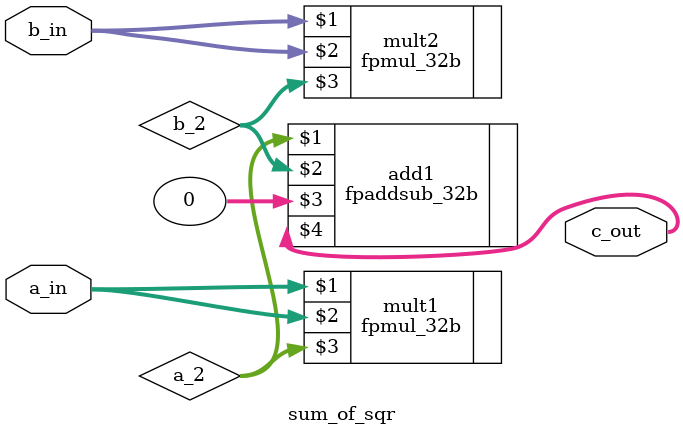
<source format=v>
`timescale 1ns / 1ps


module sum_of_sqr(a_in, b_in, c_out );
parameter m = 8, n = 23;

input [m+n:0] a_in, b_in;
output [m+n:0] c_out;

wire [m+n:0] a_2, b_2;

fpmul_32b mult1(a_in, a_in, a_2);
fpmul_32b mult2(b_in, b_in, b_2);

fpaddsub_32b add1(a_2, b_2, 'b0, c_out);

endmodule

</source>
